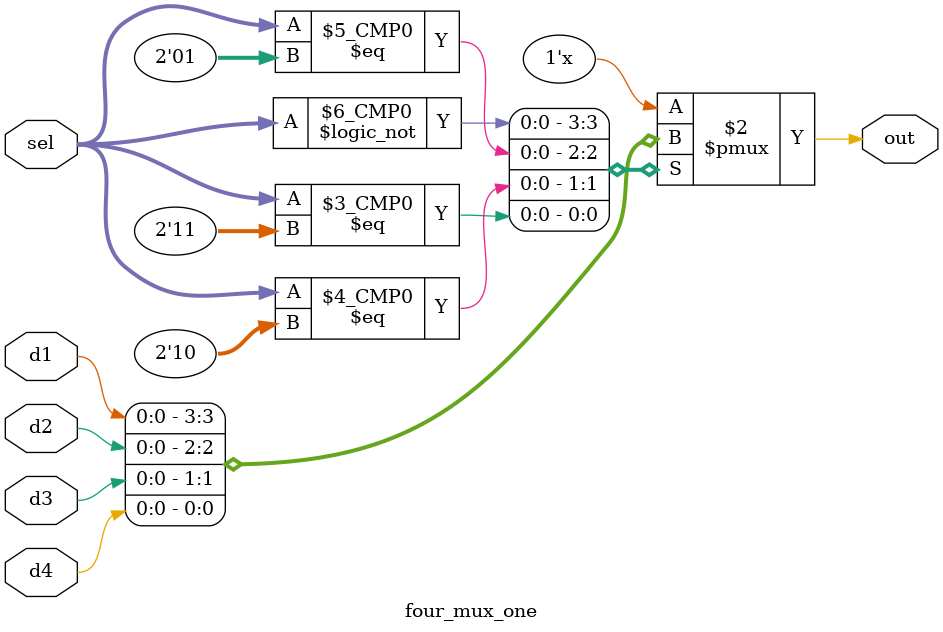
<source format=v>
module four_mux_one(d1,d2,d3,d4,sel,out);
    input wire d1,d2,d3,d4;
    input wire [1:0] sel;
    output out;
    reg out;

    always @(d1,d2,d3,d4)
        begin
            case(sel)
                2'b00:      out = d1;
                2'b01:      out = d2;
                2'b10:      out = d3;
                2'b11:      out = d4;
                default:    out = 1'bx;
            endcase
        end
endmodule
</source>
